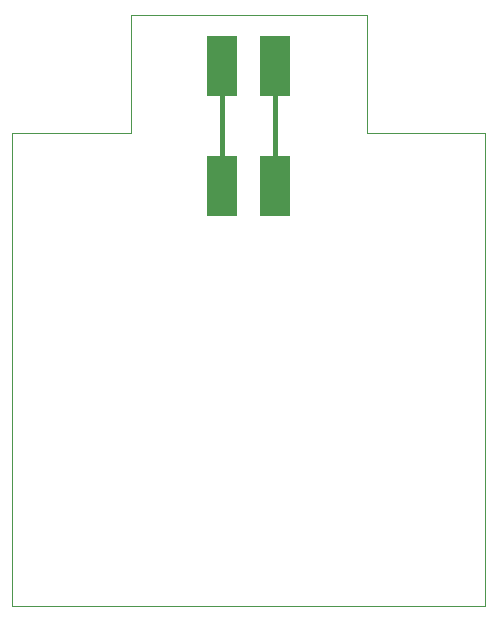
<source format=gbl>
G75*
%MOIN*%
%OFA0B0*%
%FSLAX24Y24*%
%IPPOS*%
%LPD*%
%AMOC8*
5,1,8,0,0,1.08239X$1,22.5*
%
%ADD10C,0.0039*%
%ADD11R,0.1000X0.2000*%
%ADD12C,0.0160*%
D10*
X001158Y000120D02*
X016906Y000120D01*
X016906Y015868D01*
X012969Y015868D01*
X012969Y019805D01*
X005095Y019805D01*
X005095Y015868D01*
X001158Y015868D01*
X001158Y000120D01*
D11*
X008158Y014120D03*
X009908Y014120D03*
X009908Y018120D03*
X008158Y018120D03*
D12*
X008158Y014120D01*
X009908Y014120D02*
X009908Y018120D01*
M02*

</source>
